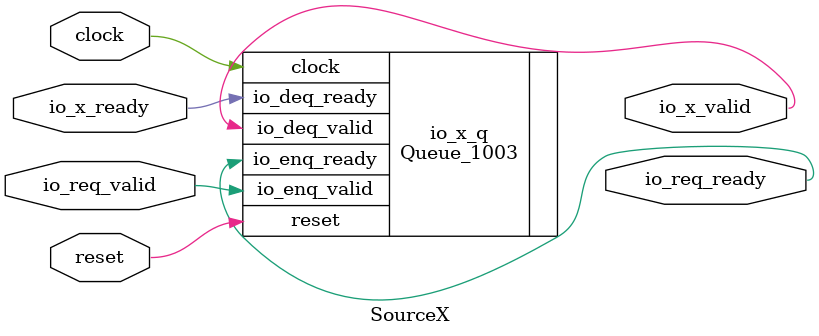
<source format=sv>
`ifndef RANDOMIZE
  `ifdef RANDOMIZE_REG_INIT
    `define RANDOMIZE
  `endif // RANDOMIZE_REG_INIT
`endif // not def RANDOMIZE
`ifndef RANDOMIZE
  `ifdef RANDOMIZE_MEM_INIT
    `define RANDOMIZE
  `endif // RANDOMIZE_MEM_INIT
`endif // not def RANDOMIZE

`ifndef RANDOM
  `define RANDOM $random
`endif // not def RANDOM

// Users can define 'PRINTF_COND' to add an extra gate to prints.
`ifndef PRINTF_COND_
  `ifdef PRINTF_COND
    `define PRINTF_COND_ (`PRINTF_COND)
  `else  // PRINTF_COND
    `define PRINTF_COND_ 1
  `endif // PRINTF_COND
`endif // not def PRINTF_COND_

// Users can define 'ASSERT_VERBOSE_COND' to add an extra gate to assert error printing.
`ifndef ASSERT_VERBOSE_COND_
  `ifdef ASSERT_VERBOSE_COND
    `define ASSERT_VERBOSE_COND_ (`ASSERT_VERBOSE_COND)
  `else  // ASSERT_VERBOSE_COND
    `define ASSERT_VERBOSE_COND_ 1
  `endif // ASSERT_VERBOSE_COND
`endif // not def ASSERT_VERBOSE_COND_

// Users can define 'STOP_COND' to add an extra gate to stop conditions.
`ifndef STOP_COND_
  `ifdef STOP_COND
    `define STOP_COND_ (`STOP_COND)
  `else  // STOP_COND
    `define STOP_COND_ 1
  `endif // STOP_COND
`endif // not def STOP_COND_

// Users can define INIT_RANDOM as general code that gets injected into the
// initializer block for modules with registers.
`ifndef INIT_RANDOM
  `define INIT_RANDOM
`endif // not def INIT_RANDOM

// If using random initialization, you can also define RANDOMIZE_DELAY to
// customize the delay used, otherwise 0.002 is used.
`ifndef RANDOMIZE_DELAY
  `define RANDOMIZE_DELAY 0.002
`endif // not def RANDOMIZE_DELAY

// Define INIT_RANDOM_PROLOG_ for use in our modules below.
`ifndef INIT_RANDOM_PROLOG_
  `ifdef RANDOMIZE
    `ifdef VERILATOR
      `define INIT_RANDOM_PROLOG_ `INIT_RANDOM
    `else  // VERILATOR
      `define INIT_RANDOM_PROLOG_ `INIT_RANDOM #`RANDOMIZE_DELAY begin end
    `endif // VERILATOR
  `else  // RANDOMIZE
    `define INIT_RANDOM_PROLOG_
  `endif // RANDOMIZE
`endif // not def INIT_RANDOM_PROLOG_

module SourceX(
  input  clock,
         reset,
         io_req_valid,
         io_x_ready,
  output io_req_ready,
         io_x_valid
);

  Queue_1003 io_x_q (	// Decoupled.scala:375:21
    .clock        (clock),
    .reset        (reset),
    .io_enq_valid (io_req_valid),
    .io_deq_ready (io_x_ready),
    .io_enq_ready (io_req_ready),
    .io_deq_valid (io_x_valid)
  );
endmodule


</source>
